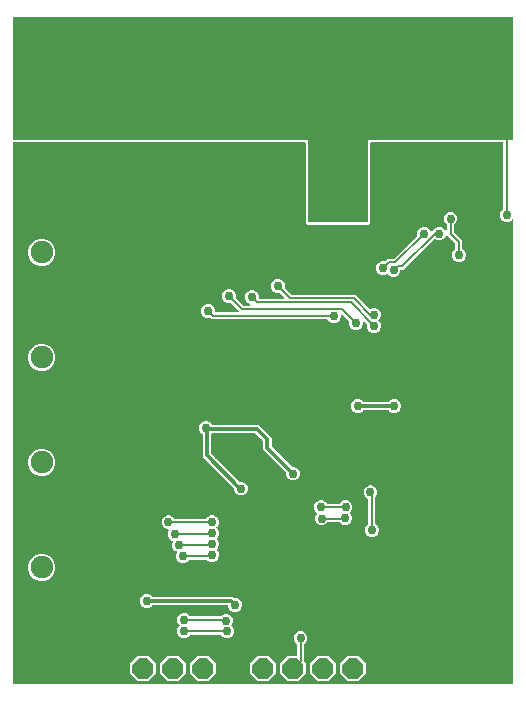
<source format=gbr>
G04 EAGLE Gerber RS-274X export*
G75*
%MOMM*%
%FSLAX34Y34*%
%LPD*%
%INBottom Copper*%
%IPPOS*%
%AMOC8*
5,1,8,0,0,1.08239X$1,22.5*%
G01*
G04 Define Apertures*
%ADD10P,1.924489X8X112.500000*%
%ADD11C,1.905000*%
%ADD12P,2.061953X8X22.500000*%
%ADD13P,2.061953X8X292.500000*%
%ADD14C,0.756400*%
%ADD15C,0.906400*%
%ADD16C,0.304800*%
%ADD17C,0.203200*%
%ADD18C,0.152400*%
G36*
X310685Y403285D02*
X310935Y403457D01*
X311099Y403712D01*
X311150Y403987D01*
X311150Y473013D01*
X311159Y473068D01*
X311162Y473069D01*
X311202Y473075D01*
X433378Y473075D01*
X433675Y473135D01*
X433925Y473307D01*
X434089Y473562D01*
X434140Y473837D01*
X434140Y576328D01*
X434080Y576625D01*
X433908Y576875D01*
X433653Y577039D01*
X433378Y577090D01*
X10922Y577090D01*
X10625Y577030D01*
X10375Y576858D01*
X10211Y576603D01*
X10160Y576328D01*
X10160Y473837D01*
X10220Y473540D01*
X10392Y473290D01*
X10647Y473126D01*
X10922Y473075D01*
X260288Y473075D01*
X260343Y473066D01*
X260344Y473063D01*
X260350Y473023D01*
X260350Y403987D01*
X260410Y403690D01*
X260582Y403440D01*
X260837Y403276D01*
X261112Y403225D01*
X310388Y403225D01*
X310685Y403285D01*
G37*
G36*
X433675Y12760D02*
X433925Y12932D01*
X434089Y13187D01*
X434140Y13462D01*
X434140Y405028D01*
X434080Y405325D01*
X433908Y405575D01*
X433653Y405739D01*
X433354Y405790D01*
X433059Y405720D01*
X432839Y405567D01*
X431918Y404646D01*
X429782Y403761D01*
X427469Y403761D01*
X425332Y404646D01*
X423696Y406282D01*
X422811Y408419D01*
X422811Y410732D01*
X423696Y412868D01*
X425354Y414526D01*
X425521Y414779D01*
X425577Y415065D01*
X425577Y470281D01*
X425517Y470578D01*
X425345Y470828D01*
X425090Y470992D01*
X424815Y471043D01*
X313944Y471043D01*
X313647Y470983D01*
X313397Y470811D01*
X313233Y470556D01*
X313182Y470281D01*
X313182Y403266D01*
X313129Y402780D01*
X313030Y402461D01*
X312874Y402155D01*
X312670Y401880D01*
X312421Y401643D01*
X312137Y401452D01*
X311824Y401311D01*
X311492Y401225D01*
X311118Y401193D01*
X260391Y401193D01*
X259905Y401246D01*
X259586Y401345D01*
X259280Y401501D01*
X259005Y401705D01*
X258768Y401954D01*
X258577Y402238D01*
X258436Y402551D01*
X258350Y402883D01*
X258318Y403257D01*
X258318Y470281D01*
X258258Y470578D01*
X258086Y470828D01*
X257831Y470992D01*
X257556Y471043D01*
X10922Y471043D01*
X10625Y470983D01*
X10375Y470811D01*
X10211Y470556D01*
X10160Y470281D01*
X10160Y13462D01*
X10220Y13165D01*
X10392Y12915D01*
X10647Y12751D01*
X10922Y12700D01*
X433378Y12700D01*
X433675Y12760D01*
G37*
%LPC*%
G36*
X331613Y356788D02*
X329476Y357673D01*
X327924Y359225D01*
X327671Y359392D01*
X327373Y359448D01*
X327094Y359390D01*
X324838Y358455D01*
X322525Y358455D01*
X320388Y359340D01*
X318752Y360976D01*
X317867Y363113D01*
X317867Y365426D01*
X318752Y367563D01*
X320388Y369198D01*
X322525Y370083D01*
X324869Y370083D01*
X325166Y370144D01*
X325408Y370306D01*
X327425Y372324D01*
X332772Y372324D01*
X333070Y372384D01*
X333311Y372547D01*
X352727Y391963D01*
X352895Y392215D01*
X352950Y392501D01*
X352950Y394846D01*
X353835Y396983D01*
X355471Y398618D01*
X357608Y399503D01*
X359921Y399503D01*
X362058Y398618D01*
X363693Y396983D01*
X364134Y395919D01*
X364303Y395667D01*
X364557Y395502D01*
X364856Y395449D01*
X365152Y395516D01*
X365377Y395671D01*
X366357Y396652D01*
X366522Y396899D01*
X366557Y396983D01*
X368192Y398618D01*
X370329Y399503D01*
X372642Y399503D01*
X374779Y398618D01*
X376415Y396983D01*
X376486Y396810D01*
X376656Y396559D01*
X376910Y396393D01*
X377208Y396340D01*
X377504Y396408D01*
X377750Y396585D01*
X377907Y396844D01*
X377952Y397102D01*
X377952Y400882D01*
X377892Y401179D01*
X377729Y401421D01*
X376071Y403079D01*
X375186Y405216D01*
X375186Y407529D01*
X376071Y409665D01*
X377707Y411301D01*
X379844Y412186D01*
X382157Y412186D01*
X384293Y411301D01*
X385929Y409665D01*
X386814Y407529D01*
X386814Y405216D01*
X385929Y403079D01*
X384271Y401421D01*
X384104Y401168D01*
X384048Y400882D01*
X384048Y395278D01*
X384108Y394981D01*
X384271Y394739D01*
X391033Y387978D01*
X391033Y381001D01*
X391093Y380704D01*
X391256Y380462D01*
X392914Y378804D01*
X393799Y376668D01*
X393799Y374355D01*
X392914Y372218D01*
X391278Y370582D01*
X389141Y369697D01*
X386828Y369697D01*
X384692Y370582D01*
X383056Y372218D01*
X382171Y374355D01*
X382171Y376668D01*
X383056Y378804D01*
X384714Y380462D01*
X384881Y380715D01*
X384937Y381001D01*
X384937Y385137D01*
X384877Y385434D01*
X384714Y385676D01*
X378269Y392120D01*
X378016Y392288D01*
X377718Y392343D01*
X377422Y392278D01*
X377175Y392103D01*
X377026Y391873D01*
X376415Y390396D01*
X374779Y388760D01*
X372642Y387875D01*
X370329Y387875D01*
X368192Y388760D01*
X368178Y388774D01*
X367926Y388942D01*
X367627Y388998D01*
X367331Y388933D01*
X367101Y388774D01*
X341449Y363122D01*
X339345Y363122D01*
X339048Y363062D01*
X338798Y362891D01*
X338634Y362635D01*
X338583Y362360D01*
X338583Y361446D01*
X337698Y359309D01*
X336062Y357673D01*
X333926Y356788D01*
X331613Y356788D01*
G37*
G36*
X32626Y366268D02*
X28378Y368027D01*
X25127Y371278D01*
X23368Y375526D01*
X23368Y380124D01*
X25127Y384372D01*
X28378Y387623D01*
X32626Y389382D01*
X37224Y389382D01*
X41472Y387623D01*
X44723Y384372D01*
X46482Y380124D01*
X46482Y375526D01*
X44723Y371278D01*
X41472Y368027D01*
X37224Y366268D01*
X32626Y366268D01*
G37*
G36*
X315048Y309806D02*
X312911Y310692D01*
X311276Y312327D01*
X310391Y314464D01*
X310391Y316808D01*
X310330Y317105D01*
X310167Y317347D01*
X308029Y319486D01*
X307776Y319653D01*
X307478Y319709D01*
X307182Y319644D01*
X306934Y319468D01*
X306775Y319210D01*
X306728Y318947D01*
X306728Y317055D01*
X305843Y314918D01*
X304207Y313282D01*
X302070Y312397D01*
X299757Y312397D01*
X297621Y313282D01*
X295985Y314918D01*
X295100Y317055D01*
X295100Y319399D01*
X295040Y319696D01*
X294877Y319938D01*
X289329Y325485D01*
X289076Y325653D01*
X288778Y325708D01*
X288482Y325643D01*
X288235Y325468D01*
X288075Y325210D01*
X288028Y324946D01*
X288028Y322721D01*
X287143Y320585D01*
X285508Y318949D01*
X283371Y318064D01*
X281058Y318064D01*
X278921Y318949D01*
X277286Y320585D01*
X277241Y320692D01*
X277072Y320944D01*
X276817Y321109D01*
X276537Y321163D01*
X178667Y321163D01*
X177596Y322233D01*
X177344Y322400D01*
X177058Y322456D01*
X174713Y322456D01*
X172576Y323341D01*
X170941Y324976D01*
X170056Y327113D01*
X170056Y329426D01*
X170941Y331563D01*
X172576Y333199D01*
X174713Y334084D01*
X177026Y334084D01*
X179163Y333199D01*
X180799Y331563D01*
X181684Y329426D01*
X181684Y328021D01*
X181744Y327723D01*
X181916Y327473D01*
X182171Y327310D01*
X182446Y327259D01*
X200818Y327259D01*
X201116Y327319D01*
X201366Y327490D01*
X201529Y327746D01*
X201580Y328045D01*
X201510Y328340D01*
X201357Y328559D01*
X195077Y334840D01*
X194824Y335007D01*
X194538Y335063D01*
X192194Y335063D01*
X190057Y335948D01*
X188421Y337584D01*
X187536Y339721D01*
X187536Y342034D01*
X188421Y344170D01*
X190057Y345806D01*
X192194Y346691D01*
X194507Y346691D01*
X196643Y345806D01*
X198279Y344170D01*
X199164Y342034D01*
X199164Y339689D01*
X199224Y339392D01*
X199387Y339150D01*
X205620Y332917D01*
X205873Y332750D01*
X206159Y332694D01*
X210675Y332694D01*
X210973Y332755D01*
X211223Y332926D01*
X211386Y333182D01*
X211437Y333480D01*
X211367Y333776D01*
X211188Y334020D01*
X210967Y334160D01*
X209432Y334796D01*
X207796Y336432D01*
X206911Y338569D01*
X206911Y340882D01*
X207796Y343018D01*
X209432Y344654D01*
X211569Y345539D01*
X213882Y345539D01*
X216018Y344654D01*
X217654Y343018D01*
X218539Y340882D01*
X218539Y339257D01*
X218599Y338960D01*
X218771Y338710D01*
X219026Y338546D01*
X219301Y338495D01*
X239555Y338495D01*
X239852Y338555D01*
X240102Y338727D01*
X240266Y338982D01*
X240316Y339281D01*
X240247Y339576D01*
X240094Y339796D01*
X236386Y343503D01*
X236134Y343671D01*
X235848Y343726D01*
X233503Y343726D01*
X231366Y344611D01*
X229731Y346247D01*
X228846Y348384D01*
X228846Y350697D01*
X229731Y352834D01*
X231366Y354469D01*
X233503Y355354D01*
X235816Y355354D01*
X237953Y354469D01*
X239589Y352834D01*
X240474Y350697D01*
X240474Y348352D01*
X240534Y348055D01*
X240697Y347814D01*
X246236Y342274D01*
X246489Y342107D01*
X246775Y342051D01*
X300362Y342051D01*
X312125Y330288D01*
X312378Y330120D01*
X312676Y330065D01*
X312955Y330123D01*
X314976Y330959D01*
X317289Y330959D01*
X319425Y330074D01*
X321061Y328439D01*
X321946Y326302D01*
X321946Y323989D01*
X321061Y321852D01*
X320167Y320958D01*
X319999Y320705D01*
X319944Y320407D01*
X320009Y320111D01*
X320167Y319880D01*
X321134Y318914D01*
X322019Y316777D01*
X322019Y314464D01*
X321134Y312327D01*
X319498Y310692D01*
X317361Y309806D01*
X315048Y309806D01*
G37*
G36*
X32626Y277368D02*
X28378Y279127D01*
X25127Y282378D01*
X23368Y286626D01*
X23368Y291224D01*
X25127Y295472D01*
X28378Y298723D01*
X32626Y300482D01*
X37224Y300482D01*
X41472Y298723D01*
X44723Y295472D01*
X46482Y291224D01*
X46482Y286626D01*
X44723Y282378D01*
X41472Y279127D01*
X37224Y277368D01*
X32626Y277368D01*
G37*
G36*
X301358Y241836D02*
X299221Y242721D01*
X297585Y244357D01*
X296700Y246494D01*
X296700Y248807D01*
X297585Y250943D01*
X299221Y252579D01*
X301358Y253464D01*
X303671Y253464D01*
X305807Y252579D01*
X306957Y251429D01*
X307210Y251262D01*
X307496Y251206D01*
X328393Y251206D01*
X328690Y251266D01*
X328932Y251429D01*
X330082Y252579D01*
X332219Y253464D01*
X334532Y253464D01*
X336668Y252579D01*
X338304Y250943D01*
X339189Y248807D01*
X339189Y246494D01*
X338304Y244357D01*
X336668Y242721D01*
X334532Y241836D01*
X332219Y241836D01*
X330082Y242721D01*
X328932Y243871D01*
X328679Y244038D01*
X328393Y244094D01*
X307496Y244094D01*
X307199Y244034D01*
X306957Y243871D01*
X305807Y242721D01*
X303671Y241836D01*
X301358Y241836D01*
G37*
G36*
X202175Y171986D02*
X200038Y172871D01*
X198402Y174507D01*
X197517Y176644D01*
X197517Y178004D01*
X197457Y178302D01*
X197294Y178543D01*
X171361Y204476D01*
X171361Y223507D01*
X171301Y223804D01*
X171129Y224054D01*
X170891Y224211D01*
X170722Y224280D01*
X169087Y225916D01*
X168202Y228053D01*
X168202Y230366D01*
X169087Y232503D01*
X170722Y234138D01*
X172859Y235023D01*
X175172Y235023D01*
X177309Y234138D01*
X178945Y232503D01*
X179014Y232334D01*
X179184Y232083D01*
X179438Y231917D01*
X179718Y231864D01*
X218505Y231864D01*
X229461Y220908D01*
X229461Y214034D01*
X229521Y213736D01*
X229684Y213495D01*
X246642Y196537D01*
X246895Y196370D01*
X247181Y196314D01*
X248807Y196314D01*
X250943Y195429D01*
X252579Y193793D01*
X253464Y191657D01*
X253464Y189344D01*
X252579Y187207D01*
X250943Y185571D01*
X248807Y184686D01*
X246494Y184686D01*
X244357Y185571D01*
X242721Y187207D01*
X241836Y189344D01*
X241836Y190969D01*
X241776Y191267D01*
X241613Y191508D01*
X222349Y210772D01*
X222349Y217647D01*
X222289Y217944D01*
X222126Y218185D01*
X215783Y224529D01*
X215530Y224696D01*
X215244Y224752D01*
X179235Y224752D01*
X178938Y224692D01*
X178688Y224520D01*
X178524Y224265D01*
X178473Y223990D01*
X178473Y207737D01*
X178533Y207440D01*
X178696Y207199D01*
X202058Y183837D01*
X202310Y183670D01*
X202596Y183614D01*
X204488Y183614D01*
X206624Y182729D01*
X208260Y181093D01*
X209145Y178957D01*
X209145Y176644D01*
X208260Y174507D01*
X206624Y172871D01*
X204488Y171986D01*
X202175Y171986D01*
G37*
G36*
X32626Y188468D02*
X28378Y190227D01*
X25127Y193478D01*
X23368Y197726D01*
X23368Y202324D01*
X25127Y206572D01*
X28378Y209823D01*
X32626Y211582D01*
X37224Y211582D01*
X41472Y209823D01*
X44723Y206572D01*
X46482Y202324D01*
X46482Y197726D01*
X44723Y193478D01*
X41472Y190227D01*
X37224Y188468D01*
X32626Y188468D01*
G37*
G36*
X313223Y137007D02*
X311086Y137892D01*
X309450Y139528D01*
X308565Y141664D01*
X308565Y143977D01*
X309450Y146114D01*
X311108Y147772D01*
X311275Y148025D01*
X311331Y148311D01*
X311331Y168589D01*
X311271Y168887D01*
X311099Y169137D01*
X310861Y169293D01*
X309889Y169696D01*
X308253Y171332D01*
X307368Y173469D01*
X307368Y175782D01*
X308253Y177918D01*
X309889Y179554D01*
X312026Y180439D01*
X314339Y180439D01*
X316475Y179554D01*
X318111Y177918D01*
X318996Y175782D01*
X318996Y173469D01*
X318111Y171332D01*
X317650Y170871D01*
X317483Y170618D01*
X317427Y170332D01*
X317427Y148311D01*
X317487Y148014D01*
X317650Y147772D01*
X319308Y146114D01*
X320193Y143977D01*
X320193Y141664D01*
X319308Y139528D01*
X317673Y137892D01*
X315536Y137007D01*
X313223Y137007D01*
G37*
G36*
X270687Y146586D02*
X268550Y147471D01*
X266914Y149107D01*
X266029Y151244D01*
X266029Y153557D01*
X266914Y155693D01*
X267544Y156324D01*
X267712Y156577D01*
X267768Y156875D01*
X267702Y157171D01*
X267544Y157401D01*
X266314Y158632D01*
X265429Y160769D01*
X265429Y163082D01*
X266314Y165218D01*
X267950Y166854D01*
X270087Y167739D01*
X272400Y167739D01*
X274536Y166854D01*
X276194Y165196D01*
X276447Y165029D01*
X276733Y164973D01*
X286489Y164973D01*
X286786Y165033D01*
X287036Y165205D01*
X287134Y165353D01*
X288807Y167026D01*
X290944Y167911D01*
X293257Y167911D01*
X295393Y167026D01*
X297029Y165391D01*
X297914Y163254D01*
X297914Y160941D01*
X297029Y158804D01*
X296067Y157842D01*
X295899Y157589D01*
X295843Y157291D01*
X295909Y156994D01*
X296067Y156764D01*
X296528Y156303D01*
X297413Y154166D01*
X297413Y151853D01*
X296528Y149716D01*
X294892Y148080D01*
X292756Y147195D01*
X290443Y147195D01*
X288306Y148080D01*
X287257Y149129D01*
X287004Y149296D01*
X286718Y149352D01*
X277333Y149352D01*
X277036Y149292D01*
X276794Y149129D01*
X275136Y147471D01*
X273000Y146586D01*
X270687Y146586D01*
G37*
G36*
X153304Y114836D02*
X151167Y115721D01*
X149531Y117357D01*
X148646Y119494D01*
X148646Y121807D01*
X149419Y123672D01*
X149477Y123970D01*
X149414Y124267D01*
X149241Y124515D01*
X149006Y124668D01*
X147611Y125246D01*
X145975Y126882D01*
X145090Y129019D01*
X145090Y131331D01*
X145708Y132824D01*
X145766Y133122D01*
X145704Y133419D01*
X145530Y133667D01*
X145296Y133820D01*
X144055Y134334D01*
X142419Y135970D01*
X141534Y138107D01*
X141534Y140420D01*
X142337Y142357D01*
X142395Y142655D01*
X142332Y142952D01*
X142159Y143201D01*
X141902Y143362D01*
X141633Y143411D01*
X141059Y143411D01*
X138923Y144296D01*
X137287Y145932D01*
X136402Y148069D01*
X136402Y150382D01*
X137287Y152518D01*
X138923Y154154D01*
X141059Y155039D01*
X143372Y155039D01*
X145509Y154154D01*
X147145Y152518D01*
X147157Y152489D01*
X147326Y152238D01*
X147580Y152072D01*
X147861Y152019D01*
X173242Y152019D01*
X173539Y152079D01*
X173789Y152251D01*
X173946Y152489D01*
X173958Y152518D01*
X175594Y154154D01*
X177731Y155039D01*
X180044Y155039D01*
X182180Y154154D01*
X183816Y152518D01*
X184701Y150382D01*
X184701Y148069D01*
X183816Y145932D01*
X183008Y145124D01*
X182841Y144871D01*
X182785Y144573D01*
X182850Y144277D01*
X183008Y144046D01*
X183816Y143238D01*
X184701Y141101D01*
X184701Y138788D01*
X183816Y136652D01*
X183104Y135940D01*
X182937Y135687D01*
X182881Y135389D01*
X182946Y135093D01*
X183104Y134862D01*
X183816Y134150D01*
X184701Y132013D01*
X184701Y129700D01*
X183816Y127564D01*
X183104Y126852D01*
X182937Y126599D01*
X182881Y126301D01*
X182946Y126005D01*
X183104Y125774D01*
X183816Y125062D01*
X184701Y122925D01*
X184701Y120612D01*
X183816Y118476D01*
X182180Y116840D01*
X180044Y115955D01*
X177731Y115955D01*
X175594Y116840D01*
X175055Y117379D01*
X174802Y117546D01*
X174516Y117602D01*
X159950Y117602D01*
X159653Y117542D01*
X159411Y117379D01*
X157753Y115721D01*
X155617Y114836D01*
X153304Y114836D01*
G37*
G36*
X32626Y99568D02*
X28378Y101327D01*
X25127Y104578D01*
X23368Y108826D01*
X23368Y113424D01*
X25127Y117672D01*
X28378Y120923D01*
X32626Y122682D01*
X37224Y122682D01*
X41472Y120923D01*
X44723Y117672D01*
X46482Y113424D01*
X46482Y108826D01*
X44723Y104578D01*
X41472Y101327D01*
X37224Y99568D01*
X32626Y99568D01*
G37*
G36*
X197519Y73561D02*
X195382Y74446D01*
X193746Y76082D01*
X192861Y78219D01*
X192861Y78232D01*
X192801Y78529D01*
X192629Y78779D01*
X192374Y78943D01*
X192099Y78994D01*
X128807Y78994D01*
X128510Y78934D01*
X128268Y78771D01*
X127118Y77621D01*
X124982Y76736D01*
X122669Y76736D01*
X120532Y77621D01*
X118896Y79257D01*
X118011Y81394D01*
X118011Y83707D01*
X118896Y85843D01*
X120532Y87479D01*
X122669Y88364D01*
X124982Y88364D01*
X127118Y87479D01*
X128268Y86329D01*
X128521Y86162D01*
X128807Y86106D01*
X196973Y86106D01*
X197667Y85412D01*
X197920Y85245D01*
X198206Y85189D01*
X199832Y85189D01*
X201968Y84304D01*
X203604Y82668D01*
X204489Y80532D01*
X204489Y78219D01*
X203604Y76082D01*
X201968Y74446D01*
X199832Y73561D01*
X197519Y73561D01*
G37*
G36*
X190636Y51095D02*
X188499Y51980D01*
X186863Y53616D01*
X186857Y53632D01*
X186687Y53883D01*
X186433Y54049D01*
X186153Y54102D01*
X161065Y54102D01*
X160768Y54042D01*
X160526Y53879D01*
X158868Y52221D01*
X156732Y51336D01*
X154419Y51336D01*
X152282Y52221D01*
X150646Y53857D01*
X149761Y55994D01*
X149761Y58307D01*
X150646Y60443D01*
X151576Y61374D01*
X151744Y61627D01*
X151800Y61925D01*
X151734Y62221D01*
X151576Y62451D01*
X150646Y63382D01*
X149761Y65519D01*
X149761Y67832D01*
X150646Y69968D01*
X152282Y71604D01*
X154419Y72489D01*
X156732Y72489D01*
X158868Y71604D01*
X160526Y69946D01*
X160779Y69779D01*
X161065Y69723D01*
X186168Y69723D01*
X186465Y69783D01*
X186707Y69946D01*
X187687Y70926D01*
X189824Y71811D01*
X192137Y71811D01*
X194273Y70926D01*
X195909Y69290D01*
X196794Y67154D01*
X196794Y64841D01*
X195909Y62704D01*
X195603Y62398D01*
X195436Y62145D01*
X195380Y61847D01*
X195445Y61551D01*
X195603Y61320D01*
X196721Y60202D01*
X197606Y58066D01*
X197606Y55753D01*
X196721Y53616D01*
X195086Y51980D01*
X192949Y51095D01*
X190636Y51095D01*
G37*
G36*
X243126Y14478D02*
X236728Y20876D01*
X236728Y29924D01*
X243126Y36322D01*
X250190Y36322D01*
X250487Y36382D01*
X250737Y36554D01*
X250901Y36809D01*
X250952Y37084D01*
X250952Y45635D01*
X250892Y45932D01*
X250729Y46174D01*
X249071Y47832D01*
X248186Y49969D01*
X248186Y52282D01*
X249071Y54418D01*
X250707Y56054D01*
X252844Y56939D01*
X255157Y56939D01*
X257293Y56054D01*
X258929Y54418D01*
X259814Y52282D01*
X259814Y49969D01*
X258929Y47832D01*
X257271Y46174D01*
X257104Y45921D01*
X257048Y45635D01*
X257048Y31764D01*
X257108Y31466D01*
X257271Y31225D01*
X258572Y29924D01*
X258572Y20876D01*
X252174Y14478D01*
X243126Y14478D01*
G37*
G36*
X293926Y14478D02*
X287528Y20876D01*
X287528Y29924D01*
X293926Y36322D01*
X302974Y36322D01*
X309372Y29924D01*
X309372Y20876D01*
X302974Y14478D01*
X293926Y14478D01*
G37*
G36*
X268526Y14478D02*
X262128Y20876D01*
X262128Y29924D01*
X268526Y36322D01*
X277574Y36322D01*
X283972Y29924D01*
X283972Y20876D01*
X277574Y14478D01*
X268526Y14478D01*
G37*
G36*
X217726Y14478D02*
X211328Y20876D01*
X211328Y29924D01*
X217726Y36322D01*
X226774Y36322D01*
X233172Y29924D01*
X233172Y20876D01*
X226774Y14478D01*
X217726Y14478D01*
G37*
G36*
X166926Y14478D02*
X160528Y20876D01*
X160528Y29924D01*
X166926Y36322D01*
X175974Y36322D01*
X182372Y29924D01*
X182372Y20876D01*
X175974Y14478D01*
X166926Y14478D01*
G37*
G36*
X141526Y14478D02*
X135128Y20876D01*
X135128Y29924D01*
X141526Y36322D01*
X150574Y36322D01*
X156972Y29924D01*
X156972Y20876D01*
X150574Y14478D01*
X141526Y14478D01*
G37*
G36*
X116126Y14478D02*
X109728Y20876D01*
X109728Y29924D01*
X116126Y36322D01*
X125174Y36322D01*
X131572Y29924D01*
X131572Y20876D01*
X125174Y14478D01*
X116126Y14478D01*
G37*
%LPD*%
D10*
X95250Y25400D03*
X120650Y25400D03*
X146050Y25400D03*
X171450Y25400D03*
X196850Y25400D03*
X222250Y25400D03*
X247650Y25400D03*
X273050Y25400D03*
X298450Y25400D03*
X323850Y25400D03*
D11*
X34925Y111125D03*
D12*
X85725Y111125D03*
D11*
X34925Y200025D03*
D12*
X85725Y200025D03*
D11*
X34925Y288925D03*
D12*
X85725Y288925D03*
D11*
X34925Y377825D03*
D12*
X85725Y377825D03*
D11*
X285750Y415925D03*
D13*
X285750Y365125D03*
D14*
X409575Y355600D03*
X409575Y342900D03*
X389919Y342900D03*
X389919Y355600D03*
X370869Y355600D03*
X370869Y342900D03*
X351819Y342900D03*
X351819Y355600D03*
X342900Y323850D03*
X311150Y276225D03*
X327025Y282575D03*
X355600Y307975D03*
X323850Y333375D03*
X390525Y396875D03*
X415925Y422275D03*
X390525Y415925D03*
X390525Y463550D03*
X317500Y419100D03*
X260350Y396875D03*
X187325Y463550D03*
X187325Y431800D03*
X200025Y463550D03*
X200025Y425450D03*
X174625Y422275D03*
X200025Y374650D03*
X158750Y415925D03*
X123825Y409575D03*
X333375Y260350D03*
X371475Y282575D03*
X292100Y257175D03*
X273050Y257175D03*
X200025Y197556D03*
X219075Y216606D03*
X155575Y177800D03*
X196850Y219075D03*
X184150Y206375D03*
X171450Y193675D03*
X161925Y244475D03*
X161925Y228600D03*
X133350Y200025D03*
X142875Y123825D03*
X146050Y73025D03*
X146050Y92075D03*
X142875Y50800D03*
X155575Y44450D03*
X180975Y38100D03*
X133350Y15875D03*
X254000Y79375D03*
X234950Y15875D03*
X260350Y15875D03*
X234950Y34925D03*
X209550Y34925D03*
X269875Y53975D03*
X273050Y41275D03*
X333375Y228600D03*
X396875Y288925D03*
X301625Y234950D03*
X292100Y174625D03*
X254000Y241300D03*
X269875Y177800D03*
X254000Y158750D03*
X254131Y180975D03*
X193806Y171450D03*
X196981Y155575D03*
X181106Y161925D03*
X139700Y257175D03*
X393700Y314456D03*
X365125Y403356D03*
X82550Y422406D03*
X155524Y336499D03*
X174625Y372054D03*
X320675Y393700D03*
X269875Y317500D03*
X174625Y247650D03*
X276225Y206375D03*
X282575Y104775D03*
X377825Y250825D03*
X365259Y257041D03*
X120650Y368300D03*
X107950Y463550D03*
D15*
X352425Y447675D03*
X352425Y460375D03*
X361950Y447675D03*
X361950Y460375D03*
X371475Y447675D03*
X371475Y434975D03*
X371475Y460375D03*
X215900Y447675D03*
X215900Y460375D03*
X225425Y460375D03*
X234950Y460375D03*
X225425Y447675D03*
X234950Y447675D03*
X215407Y435468D03*
X234457Y435468D03*
X59832Y435468D03*
X78882Y435468D03*
X78882Y448168D03*
X78882Y460868D03*
X59832Y460868D03*
X69357Y460868D03*
X69357Y448168D03*
X59832Y448168D03*
X320182Y460868D03*
X329707Y460868D03*
X329707Y432293D03*
X320182Y444993D03*
X329707Y444993D03*
X320182Y432293D03*
D14*
X346075Y393700D03*
X419100Y400050D03*
X374650Y377825D03*
X397073Y377825D03*
X168240Y339821D03*
X205260Y390525D03*
D15*
X298196Y374650D03*
D14*
X184181Y349804D03*
X209550Y60325D03*
X187325Y92075D03*
D15*
X218582Y282686D03*
X205882Y282686D03*
X205882Y295386D03*
X218582Y295386D03*
X231282Y295386D03*
X231282Y282686D03*
X231282Y269986D03*
X218582Y269986D03*
X205882Y269986D03*
X224932Y127111D03*
X212232Y127111D03*
X237632Y127111D03*
X224932Y139811D03*
X212232Y139811D03*
X237632Y139811D03*
X237632Y114411D03*
X224932Y114411D03*
X212232Y114411D03*
X82550Y123825D03*
X92075Y123825D03*
X101600Y123825D03*
X101600Y111125D03*
X101600Y98425D03*
X92075Y98425D03*
X82550Y98425D03*
X101600Y200025D03*
X101600Y288925D03*
X82550Y187325D03*
X92075Y187325D03*
X101600Y187325D03*
X101600Y212725D03*
X92075Y212725D03*
X82550Y212725D03*
X82550Y301625D03*
X92075Y301625D03*
X101600Y301625D03*
X101600Y276225D03*
X92075Y276225D03*
X82550Y276225D03*
X101600Y377825D03*
X101600Y365125D03*
X92075Y365125D03*
X82550Y365125D03*
X82550Y390525D03*
X92075Y390525D03*
X101600Y390525D03*
D14*
X126453Y422275D03*
X285749Y15995D03*
X428625Y19050D03*
X428625Y28575D03*
X419100Y19050D03*
X428625Y203200D03*
X428625Y212725D03*
X428625Y222250D03*
X241300Y365125D03*
X425450Y381000D03*
D15*
X123825Y269875D03*
D14*
X211175Y411172D03*
X231437Y422406D03*
D15*
X225425Y436207D03*
X361950Y435856D03*
X352155Y435245D03*
X69357Y435856D03*
D14*
X368300Y298450D03*
X231775Y390525D03*
X336550Y412750D03*
X142875Y403804D03*
X76200Y409706D03*
X374650Y111125D03*
D15*
X298196Y365125D03*
X298196Y355600D03*
X298196Y346075D03*
X285496Y346075D03*
X272796Y346075D03*
X272796Y374650D03*
X272796Y365125D03*
X272796Y355600D03*
D14*
X66675Y320675D03*
X203331Y177800D03*
X247650Y190500D03*
X123825Y82550D03*
X198675Y79375D03*
X333375Y247650D03*
X302514Y247650D03*
D16*
X333375Y247650D01*
X195500Y82550D02*
X123825Y82550D01*
X195500Y82550D02*
X198675Y79375D01*
X247650Y190500D02*
X225905Y212245D01*
X225905Y219435D01*
X217032Y228308D01*
X174917Y228308D01*
D14*
X174016Y229209D03*
D16*
X174917Y228308D01*
X203066Y177800D02*
X203331Y177800D01*
X203066Y177800D02*
X174917Y205949D01*
X174917Y228308D01*
D15*
X15394Y482600D03*
X28094Y482600D03*
X28094Y492125D03*
X28094Y501650D03*
X28094Y511175D03*
X15394Y511175D03*
X15394Y501650D03*
X15394Y492125D03*
X40794Y492125D03*
X40794Y501650D03*
X40794Y511175D03*
X40794Y482600D03*
X269394Y409575D03*
X278919Y409575D03*
X291619Y409575D03*
X301144Y409575D03*
X269394Y419100D03*
X269394Y428625D03*
X278919Y428625D03*
X301144Y419100D03*
X301144Y428625D03*
X291619Y428625D03*
D14*
X428625Y409575D03*
D17*
X428625Y476250D01*
D14*
X155575Y57150D03*
D17*
X191540Y57150D02*
X191781Y56909D01*
X191540Y57150D02*
X155575Y57150D01*
X191781Y56909D02*
X191792Y56909D01*
D14*
X191792Y56909D03*
X142216Y149225D03*
X178887Y149225D03*
D18*
X142216Y149225D01*
D14*
X154460Y120650D03*
D17*
X175359Y120650D02*
X176478Y121769D01*
X175359Y120650D02*
X154460Y120650D01*
D14*
X178887Y121769D03*
D17*
X176478Y121769D01*
X254000Y31750D02*
X247650Y25400D01*
D14*
X254000Y51125D03*
D17*
X254000Y31750D01*
D14*
X300914Y318211D03*
D17*
X257172Y330200D02*
X256619Y329646D01*
X257172Y330200D02*
X288925Y330200D01*
X300914Y318211D01*
D14*
X193350Y340877D03*
D17*
X204581Y329646D01*
X256619Y329646D01*
X381000Y393700D02*
X387985Y386715D01*
D14*
X381000Y406372D03*
D17*
X381000Y393700D01*
D14*
X387985Y375511D03*
D17*
X387985Y386715D01*
D14*
X332769Y362602D03*
D17*
X336337Y366170D01*
D14*
X371486Y393689D03*
D17*
X367705Y393689D01*
X340186Y366170D02*
X336337Y366170D01*
X340186Y366170D02*
X367705Y393689D01*
D14*
X212725Y339725D03*
X316205Y315620D03*
D17*
X296378Y335447D01*
X217003Y335447D01*
X212725Y339725D01*
D14*
X155575Y66675D03*
D17*
X189794Y66675D02*
X190472Y65997D01*
X189794Y66675D02*
X155575Y66675D01*
X190472Y65997D02*
X190980Y65997D01*
D14*
X190980Y65997D03*
D17*
X328687Y369276D02*
X334351Y369276D01*
X328687Y369276D02*
X323681Y364269D01*
D14*
X323681Y364269D03*
X358764Y393689D03*
D17*
X334351Y369276D01*
D14*
X282214Y323878D03*
D17*
X281882Y324211D01*
X179929Y324211D01*
D14*
X175870Y328270D03*
D17*
X179929Y324211D01*
D14*
X147348Y139263D03*
D18*
X174677Y139263D02*
X175359Y139945D01*
X174677Y139263D02*
X147348Y139263D01*
D14*
X178887Y139945D03*
D18*
X175359Y139945D01*
D14*
X150904Y130175D03*
D18*
X174677Y130175D01*
X175359Y130857D01*
D14*
X178887Y130857D03*
D18*
X175359Y130857D01*
D14*
X271243Y161925D03*
X292100Y162097D03*
D17*
X291928Y161925D02*
X271243Y161925D01*
X291928Y161925D02*
X292100Y162097D01*
D14*
X314379Y142821D03*
X313182Y174625D03*
D17*
X314379Y173428D01*
X314379Y142821D01*
D14*
X271843Y152400D03*
X291599Y153009D03*
D17*
X291491Y153009D01*
X290882Y152400D02*
X271843Y152400D01*
X290882Y152400D02*
X291491Y153009D01*
D14*
X316132Y325145D03*
D17*
X312957Y325145D01*
D14*
X234660Y349540D03*
D17*
X299099Y339003D02*
X312957Y325145D01*
X299099Y339003D02*
X245197Y339003D01*
X234660Y349540D01*
M02*

</source>
